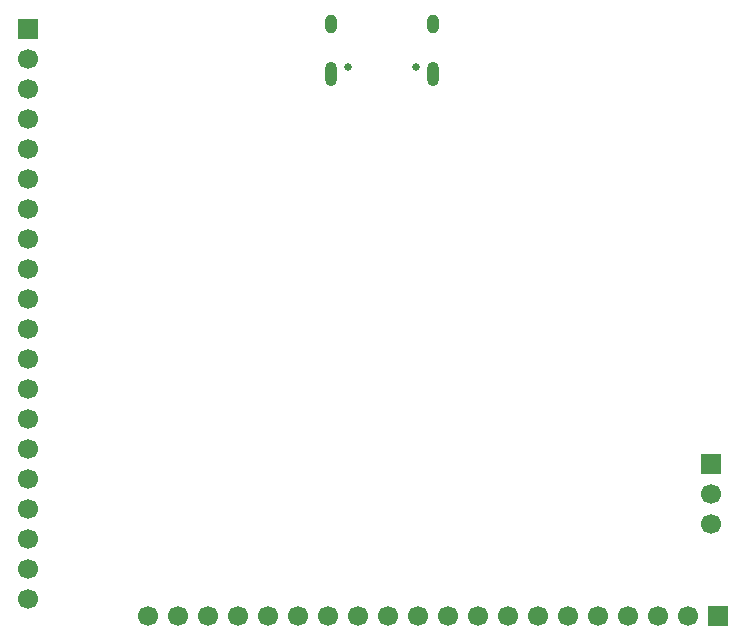
<source format=gbr>
%TF.GenerationSoftware,KiCad,Pcbnew,9.0.6*%
%TF.CreationDate,2025-12-18T17:34:00+05:30*%
%TF.ProjectId,Blueprint_Project,426c7565-7072-4696-9e74-5f50726f6a65,rev?*%
%TF.SameCoordinates,Original*%
%TF.FileFunction,Soldermask,Bot*%
%TF.FilePolarity,Negative*%
%FSLAX46Y46*%
G04 Gerber Fmt 4.6, Leading zero omitted, Abs format (unit mm)*
G04 Created by KiCad (PCBNEW 9.0.6) date 2025-12-18 17:34:00*
%MOMM*%
%LPD*%
G01*
G04 APERTURE LIST*
%ADD10C,0.650000*%
%ADD11O,1.000000X2.100000*%
%ADD12O,1.000000X1.600000*%
%ADD13R,1.700000X1.700000*%
%ADD14C,1.700000*%
G04 APERTURE END LIST*
D10*
%TO.C,J2*%
X182600000Y-66820000D03*
X176820000Y-66820000D03*
D11*
X184030000Y-67350000D03*
D12*
X184030000Y-63170000D03*
D11*
X175390000Y-67350000D03*
D12*
X175390000Y-63170000D03*
%TD*%
D13*
%TO.C,J1*%
X149750000Y-63550000D03*
D14*
X149750000Y-66090000D03*
X149750000Y-68630000D03*
X149750000Y-71170000D03*
X149750000Y-73710000D03*
X149750000Y-76250000D03*
X149750000Y-78790000D03*
X149750000Y-81330000D03*
X149750000Y-83870000D03*
X149750000Y-86410000D03*
X149750000Y-88950000D03*
X149750000Y-91490000D03*
X149750000Y-94030000D03*
X149750000Y-96570000D03*
X149750000Y-99110000D03*
X149750000Y-101650000D03*
X149750000Y-104190000D03*
X149750000Y-106730000D03*
X149750000Y-109270000D03*
X149750000Y-111810000D03*
%TD*%
D13*
%TO.C,J3*%
X207580000Y-100390000D03*
D14*
X207580000Y-102930000D03*
X207580000Y-105470000D03*
%TD*%
D13*
%TO.C,J4*%
X208150000Y-113250000D03*
D14*
X205610000Y-113250000D03*
X203070000Y-113250000D03*
X200530000Y-113250000D03*
X197990000Y-113250000D03*
X195450000Y-113250000D03*
X192910000Y-113250000D03*
X190370000Y-113250000D03*
X187830000Y-113250000D03*
X185290000Y-113250000D03*
X182750000Y-113250000D03*
X180210000Y-113250000D03*
X177670000Y-113250000D03*
X175130000Y-113250000D03*
X172590000Y-113250000D03*
X170050000Y-113250000D03*
X167510000Y-113250000D03*
X164970000Y-113250000D03*
X162430000Y-113250000D03*
X159890000Y-113250000D03*
%TD*%
M02*

</source>
